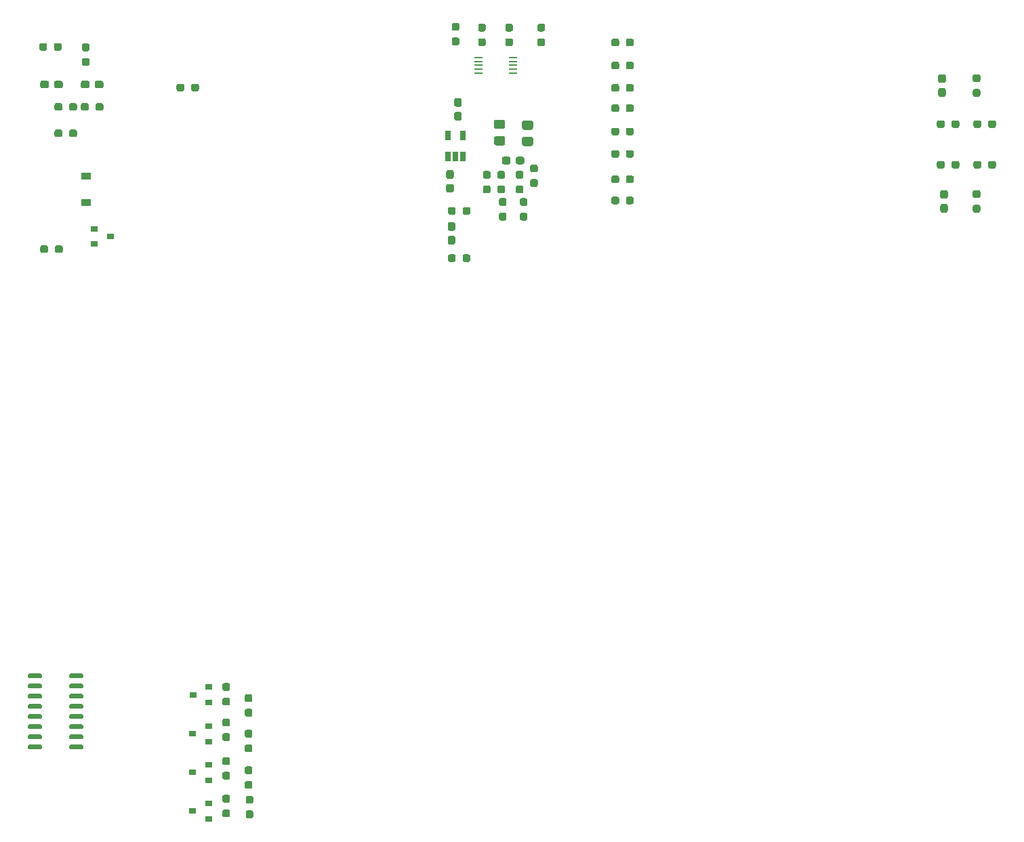
<source format=gtp>
G04 #@! TF.GenerationSoftware,KiCad,Pcbnew,(5.1.9)-1*
G04 #@! TF.CreationDate,2021-03-12T17:13:45-06:00*
G04 #@! TF.ProjectId,Torch Module,546f7263-6820-44d6-9f64-756c652e6b69,rev?*
G04 #@! TF.SameCoordinates,Original*
G04 #@! TF.FileFunction,Paste,Top*
G04 #@! TF.FilePolarity,Positive*
%FSLAX46Y46*%
G04 Gerber Fmt 4.6, Leading zero omitted, Abs format (unit mm)*
G04 Created by KiCad (PCBNEW (5.1.9)-1) date 2021-03-12 17:13:45*
%MOMM*%
%LPD*%
G01*
G04 APERTURE LIST*
%ADD10R,1.200000X0.900000*%
%ADD11R,0.900000X0.800000*%
%ADD12R,0.650000X1.220000*%
%ADD13R,1.100000X0.250000*%
G04 APERTURE END LIST*
G36*
G01*
X85979460Y-73298040D02*
X85979460Y-73773040D01*
G75*
G02*
X85741960Y-74010540I-237500J0D01*
G01*
X85241960Y-74010540D01*
G75*
G02*
X85004460Y-73773040I0J237500D01*
G01*
X85004460Y-73298040D01*
G75*
G02*
X85241960Y-73060540I237500J0D01*
G01*
X85741960Y-73060540D01*
G75*
G02*
X85979460Y-73298040I0J-237500D01*
G01*
G37*
G36*
G01*
X84154460Y-73298040D02*
X84154460Y-73773040D01*
G75*
G02*
X83916960Y-74010540I-237500J0D01*
G01*
X83416960Y-74010540D01*
G75*
G02*
X83179460Y-73773040I0J237500D01*
G01*
X83179460Y-73298040D01*
G75*
G02*
X83416960Y-73060540I237500J0D01*
G01*
X83916960Y-73060540D01*
G75*
G02*
X84154460Y-73298040I0J-237500D01*
G01*
G37*
G36*
G01*
X80899460Y-70504040D02*
X80899460Y-70979040D01*
G75*
G02*
X80661960Y-71216540I-237500J0D01*
G01*
X80061960Y-71216540D01*
G75*
G02*
X79824460Y-70979040I0J237500D01*
G01*
X79824460Y-70504040D01*
G75*
G02*
X80061960Y-70266540I237500J0D01*
G01*
X80661960Y-70266540D01*
G75*
G02*
X80899460Y-70504040I0J-237500D01*
G01*
G37*
G36*
G01*
X79174460Y-70504040D02*
X79174460Y-70979040D01*
G75*
G02*
X78936960Y-71216540I-237500J0D01*
G01*
X78336960Y-71216540D01*
G75*
G02*
X78099460Y-70979040I0J237500D01*
G01*
X78099460Y-70504040D01*
G75*
G02*
X78336960Y-70266540I237500J0D01*
G01*
X78936960Y-70266540D01*
G75*
G02*
X79174460Y-70504040I0J-237500D01*
G01*
G37*
G36*
G01*
X84254460Y-70504040D02*
X84254460Y-70979040D01*
G75*
G02*
X84016960Y-71216540I-237500J0D01*
G01*
X83416960Y-71216540D01*
G75*
G02*
X83179460Y-70979040I0J237500D01*
G01*
X83179460Y-70504040D01*
G75*
G02*
X83416960Y-70266540I237500J0D01*
G01*
X84016960Y-70266540D01*
G75*
G02*
X84254460Y-70504040I0J-237500D01*
G01*
G37*
G36*
G01*
X85979460Y-70504040D02*
X85979460Y-70979040D01*
G75*
G02*
X85741960Y-71216540I-237500J0D01*
G01*
X85141960Y-71216540D01*
G75*
G02*
X84904460Y-70979040I0J237500D01*
G01*
X84904460Y-70504040D01*
G75*
G02*
X85141960Y-70266540I237500J0D01*
G01*
X85741960Y-70266540D01*
G75*
G02*
X85979460Y-70504040I0J-237500D01*
G01*
G37*
D10*
X83817460Y-82172540D03*
X83817460Y-85472540D03*
D11*
X84849460Y-88765340D03*
X84849460Y-90665340D03*
X86849460Y-89715340D03*
G36*
G01*
X97920000Y-70882500D02*
X97920000Y-71357500D01*
G75*
G02*
X97682500Y-71595000I-237500J0D01*
G01*
X97182500Y-71595000D01*
G75*
G02*
X96945000Y-71357500I0J237500D01*
G01*
X96945000Y-70882500D01*
G75*
G02*
X97182500Y-70645000I237500J0D01*
G01*
X97682500Y-70645000D01*
G75*
G02*
X97920000Y-70882500I0J-237500D01*
G01*
G37*
G36*
G01*
X96095000Y-70882500D02*
X96095000Y-71357500D01*
G75*
G02*
X95857500Y-71595000I-237500J0D01*
G01*
X95357500Y-71595000D01*
G75*
G02*
X95120000Y-71357500I0J237500D01*
G01*
X95120000Y-70882500D01*
G75*
G02*
X95357500Y-70645000I237500J0D01*
G01*
X95857500Y-70645000D01*
G75*
G02*
X96095000Y-70882500I0J-237500D01*
G01*
G37*
G36*
G01*
X83539960Y-65607540D02*
X84014960Y-65607540D01*
G75*
G02*
X84252460Y-65845040I0J-237500D01*
G01*
X84252460Y-66345040D01*
G75*
G02*
X84014960Y-66582540I-237500J0D01*
G01*
X83539960Y-66582540D01*
G75*
G02*
X83302460Y-66345040I0J237500D01*
G01*
X83302460Y-65845040D01*
G75*
G02*
X83539960Y-65607540I237500J0D01*
G01*
G37*
G36*
G01*
X83539960Y-67432540D02*
X84014960Y-67432540D01*
G75*
G02*
X84252460Y-67670040I0J-237500D01*
G01*
X84252460Y-68170040D01*
G75*
G02*
X84014960Y-68407540I-237500J0D01*
G01*
X83539960Y-68407540D01*
G75*
G02*
X83302460Y-68170040I0J237500D01*
G01*
X83302460Y-67670040D01*
G75*
G02*
X83539960Y-67432540I237500J0D01*
G01*
G37*
G36*
G01*
X79074460Y-91078040D02*
X79074460Y-91553040D01*
G75*
G02*
X78836960Y-91790540I-237500J0D01*
G01*
X78336960Y-91790540D01*
G75*
G02*
X78099460Y-91553040I0J237500D01*
G01*
X78099460Y-91078040D01*
G75*
G02*
X78336960Y-90840540I237500J0D01*
G01*
X78836960Y-90840540D01*
G75*
G02*
X79074460Y-91078040I0J-237500D01*
G01*
G37*
G36*
G01*
X80899460Y-91078040D02*
X80899460Y-91553040D01*
G75*
G02*
X80661960Y-91790540I-237500J0D01*
G01*
X80161960Y-91790540D01*
G75*
G02*
X79924460Y-91553040I0J237500D01*
G01*
X79924460Y-91078040D01*
G75*
G02*
X80161960Y-90840540I237500J0D01*
G01*
X80661960Y-90840540D01*
G75*
G02*
X80899460Y-91078040I0J-237500D01*
G01*
G37*
G36*
G01*
X77972460Y-66280040D02*
X77972460Y-65805040D01*
G75*
G02*
X78209960Y-65567540I237500J0D01*
G01*
X78709960Y-65567540D01*
G75*
G02*
X78947460Y-65805040I0J-237500D01*
G01*
X78947460Y-66280040D01*
G75*
G02*
X78709960Y-66517540I-237500J0D01*
G01*
X78209960Y-66517540D01*
G75*
G02*
X77972460Y-66280040I0J237500D01*
G01*
G37*
G36*
G01*
X79797460Y-66280040D02*
X79797460Y-65805040D01*
G75*
G02*
X80034960Y-65567540I237500J0D01*
G01*
X80534960Y-65567540D01*
G75*
G02*
X80772460Y-65805040I0J-237500D01*
G01*
X80772460Y-66280040D01*
G75*
G02*
X80534960Y-66517540I-237500J0D01*
G01*
X80034960Y-66517540D01*
G75*
G02*
X79797460Y-66280040I0J237500D01*
G01*
G37*
G36*
G01*
X83462540Y-153395540D02*
X83462540Y-153695540D01*
G75*
G02*
X83312540Y-153845540I-150000J0D01*
G01*
X81862540Y-153845540D01*
G75*
G02*
X81712540Y-153695540I0J150000D01*
G01*
X81712540Y-153395540D01*
G75*
G02*
X81862540Y-153245540I150000J0D01*
G01*
X83312540Y-153245540D01*
G75*
G02*
X83462540Y-153395540I0J-150000D01*
G01*
G37*
G36*
G01*
X83462540Y-152125540D02*
X83462540Y-152425540D01*
G75*
G02*
X83312540Y-152575540I-150000J0D01*
G01*
X81862540Y-152575540D01*
G75*
G02*
X81712540Y-152425540I0J150000D01*
G01*
X81712540Y-152125540D01*
G75*
G02*
X81862540Y-151975540I150000J0D01*
G01*
X83312540Y-151975540D01*
G75*
G02*
X83462540Y-152125540I0J-150000D01*
G01*
G37*
G36*
G01*
X83462540Y-150855540D02*
X83462540Y-151155540D01*
G75*
G02*
X83312540Y-151305540I-150000J0D01*
G01*
X81862540Y-151305540D01*
G75*
G02*
X81712540Y-151155540I0J150000D01*
G01*
X81712540Y-150855540D01*
G75*
G02*
X81862540Y-150705540I150000J0D01*
G01*
X83312540Y-150705540D01*
G75*
G02*
X83462540Y-150855540I0J-150000D01*
G01*
G37*
G36*
G01*
X83462540Y-149585540D02*
X83462540Y-149885540D01*
G75*
G02*
X83312540Y-150035540I-150000J0D01*
G01*
X81862540Y-150035540D01*
G75*
G02*
X81712540Y-149885540I0J150000D01*
G01*
X81712540Y-149585540D01*
G75*
G02*
X81862540Y-149435540I150000J0D01*
G01*
X83312540Y-149435540D01*
G75*
G02*
X83462540Y-149585540I0J-150000D01*
G01*
G37*
G36*
G01*
X83462540Y-148315540D02*
X83462540Y-148615540D01*
G75*
G02*
X83312540Y-148765540I-150000J0D01*
G01*
X81862540Y-148765540D01*
G75*
G02*
X81712540Y-148615540I0J150000D01*
G01*
X81712540Y-148315540D01*
G75*
G02*
X81862540Y-148165540I150000J0D01*
G01*
X83312540Y-148165540D01*
G75*
G02*
X83462540Y-148315540I0J-150000D01*
G01*
G37*
G36*
G01*
X83462540Y-147045540D02*
X83462540Y-147345540D01*
G75*
G02*
X83312540Y-147495540I-150000J0D01*
G01*
X81862540Y-147495540D01*
G75*
G02*
X81712540Y-147345540I0J150000D01*
G01*
X81712540Y-147045540D01*
G75*
G02*
X81862540Y-146895540I150000J0D01*
G01*
X83312540Y-146895540D01*
G75*
G02*
X83462540Y-147045540I0J-150000D01*
G01*
G37*
G36*
G01*
X83462540Y-145775540D02*
X83462540Y-146075540D01*
G75*
G02*
X83312540Y-146225540I-150000J0D01*
G01*
X81862540Y-146225540D01*
G75*
G02*
X81712540Y-146075540I0J150000D01*
G01*
X81712540Y-145775540D01*
G75*
G02*
X81862540Y-145625540I150000J0D01*
G01*
X83312540Y-145625540D01*
G75*
G02*
X83462540Y-145775540I0J-150000D01*
G01*
G37*
G36*
G01*
X83462540Y-144505540D02*
X83462540Y-144805540D01*
G75*
G02*
X83312540Y-144955540I-150000J0D01*
G01*
X81862540Y-144955540D01*
G75*
G02*
X81712540Y-144805540I0J150000D01*
G01*
X81712540Y-144505540D01*
G75*
G02*
X81862540Y-144355540I150000J0D01*
G01*
X83312540Y-144355540D01*
G75*
G02*
X83462540Y-144505540I0J-150000D01*
G01*
G37*
G36*
G01*
X78312540Y-144505540D02*
X78312540Y-144805540D01*
G75*
G02*
X78162540Y-144955540I-150000J0D01*
G01*
X76712540Y-144955540D01*
G75*
G02*
X76562540Y-144805540I0J150000D01*
G01*
X76562540Y-144505540D01*
G75*
G02*
X76712540Y-144355540I150000J0D01*
G01*
X78162540Y-144355540D01*
G75*
G02*
X78312540Y-144505540I0J-150000D01*
G01*
G37*
G36*
G01*
X78312540Y-145775540D02*
X78312540Y-146075540D01*
G75*
G02*
X78162540Y-146225540I-150000J0D01*
G01*
X76712540Y-146225540D01*
G75*
G02*
X76562540Y-146075540I0J150000D01*
G01*
X76562540Y-145775540D01*
G75*
G02*
X76712540Y-145625540I150000J0D01*
G01*
X78162540Y-145625540D01*
G75*
G02*
X78312540Y-145775540I0J-150000D01*
G01*
G37*
G36*
G01*
X78312540Y-147045540D02*
X78312540Y-147345540D01*
G75*
G02*
X78162540Y-147495540I-150000J0D01*
G01*
X76712540Y-147495540D01*
G75*
G02*
X76562540Y-147345540I0J150000D01*
G01*
X76562540Y-147045540D01*
G75*
G02*
X76712540Y-146895540I150000J0D01*
G01*
X78162540Y-146895540D01*
G75*
G02*
X78312540Y-147045540I0J-150000D01*
G01*
G37*
G36*
G01*
X78312540Y-148315540D02*
X78312540Y-148615540D01*
G75*
G02*
X78162540Y-148765540I-150000J0D01*
G01*
X76712540Y-148765540D01*
G75*
G02*
X76562540Y-148615540I0J150000D01*
G01*
X76562540Y-148315540D01*
G75*
G02*
X76712540Y-148165540I150000J0D01*
G01*
X78162540Y-148165540D01*
G75*
G02*
X78312540Y-148315540I0J-150000D01*
G01*
G37*
G36*
G01*
X78312540Y-149585540D02*
X78312540Y-149885540D01*
G75*
G02*
X78162540Y-150035540I-150000J0D01*
G01*
X76712540Y-150035540D01*
G75*
G02*
X76562540Y-149885540I0J150000D01*
G01*
X76562540Y-149585540D01*
G75*
G02*
X76712540Y-149435540I150000J0D01*
G01*
X78162540Y-149435540D01*
G75*
G02*
X78312540Y-149585540I0J-150000D01*
G01*
G37*
G36*
G01*
X78312540Y-150855540D02*
X78312540Y-151155540D01*
G75*
G02*
X78162540Y-151305540I-150000J0D01*
G01*
X76712540Y-151305540D01*
G75*
G02*
X76562540Y-151155540I0J150000D01*
G01*
X76562540Y-150855540D01*
G75*
G02*
X76712540Y-150705540I150000J0D01*
G01*
X78162540Y-150705540D01*
G75*
G02*
X78312540Y-150855540I0J-150000D01*
G01*
G37*
G36*
G01*
X78312540Y-152125540D02*
X78312540Y-152425540D01*
G75*
G02*
X78162540Y-152575540I-150000J0D01*
G01*
X76712540Y-152575540D01*
G75*
G02*
X76562540Y-152425540I0J150000D01*
G01*
X76562540Y-152125540D01*
G75*
G02*
X76712540Y-151975540I150000J0D01*
G01*
X78162540Y-151975540D01*
G75*
G02*
X78312540Y-152125540I0J-150000D01*
G01*
G37*
G36*
G01*
X78312540Y-153395540D02*
X78312540Y-153695540D01*
G75*
G02*
X78162540Y-153845540I-150000J0D01*
G01*
X76712540Y-153845540D01*
G75*
G02*
X76562540Y-153695540I0J150000D01*
G01*
X76562540Y-153395540D01*
G75*
G02*
X76712540Y-153245540I150000J0D01*
G01*
X78162540Y-153245540D01*
G75*
G02*
X78312540Y-153395540I0J-150000D01*
G01*
G37*
G36*
G01*
X190516500Y-69468540D02*
X190991500Y-69468540D01*
G75*
G02*
X191229000Y-69706040I0J-237500D01*
G01*
X191229000Y-70306040D01*
G75*
G02*
X190991500Y-70543540I-237500J0D01*
G01*
X190516500Y-70543540D01*
G75*
G02*
X190279000Y-70306040I0J237500D01*
G01*
X190279000Y-69706040D01*
G75*
G02*
X190516500Y-69468540I237500J0D01*
G01*
G37*
G36*
G01*
X190516500Y-71193540D02*
X190991500Y-71193540D01*
G75*
G02*
X191229000Y-71431040I0J-237500D01*
G01*
X191229000Y-72031040D01*
G75*
G02*
X190991500Y-72268540I-237500J0D01*
G01*
X190516500Y-72268540D01*
G75*
G02*
X190279000Y-72031040I0J237500D01*
G01*
X190279000Y-71431040D01*
G75*
G02*
X190516500Y-71193540I237500J0D01*
G01*
G37*
G36*
G01*
X191245500Y-85021540D02*
X190770500Y-85021540D01*
G75*
G02*
X190533000Y-84784040I0J237500D01*
G01*
X190533000Y-84184040D01*
G75*
G02*
X190770500Y-83946540I237500J0D01*
G01*
X191245500Y-83946540D01*
G75*
G02*
X191483000Y-84184040I0J-237500D01*
G01*
X191483000Y-84784040D01*
G75*
G02*
X191245500Y-85021540I-237500J0D01*
G01*
G37*
G36*
G01*
X191245500Y-86746540D02*
X190770500Y-86746540D01*
G75*
G02*
X190533000Y-86509040I0J237500D01*
G01*
X190533000Y-85909040D01*
G75*
G02*
X190770500Y-85671540I237500J0D01*
G01*
X191245500Y-85671540D01*
G75*
G02*
X191483000Y-85909040I0J-237500D01*
G01*
X191483000Y-86509040D01*
G75*
G02*
X191245500Y-86746540I-237500J0D01*
G01*
G37*
G36*
G01*
X195663000Y-75457040D02*
X195663000Y-75932040D01*
G75*
G02*
X195425500Y-76169540I-237500J0D01*
G01*
X194925500Y-76169540D01*
G75*
G02*
X194688000Y-75932040I0J237500D01*
G01*
X194688000Y-75457040D01*
G75*
G02*
X194925500Y-75219540I237500J0D01*
G01*
X195425500Y-75219540D01*
G75*
G02*
X195663000Y-75457040I0J-237500D01*
G01*
G37*
G36*
G01*
X197488000Y-75457040D02*
X197488000Y-75932040D01*
G75*
G02*
X197250500Y-76169540I-237500J0D01*
G01*
X196750500Y-76169540D01*
G75*
G02*
X196513000Y-75932040I0J237500D01*
G01*
X196513000Y-75457040D01*
G75*
G02*
X196750500Y-75219540I237500J0D01*
G01*
X197250500Y-75219540D01*
G75*
G02*
X197488000Y-75457040I0J-237500D01*
G01*
G37*
G36*
G01*
X197488000Y-80537040D02*
X197488000Y-81012040D01*
G75*
G02*
X197250500Y-81249540I-237500J0D01*
G01*
X196750500Y-81249540D01*
G75*
G02*
X196513000Y-81012040I0J237500D01*
G01*
X196513000Y-80537040D01*
G75*
G02*
X196750500Y-80299540I237500J0D01*
G01*
X197250500Y-80299540D01*
G75*
G02*
X197488000Y-80537040I0J-237500D01*
G01*
G37*
G36*
G01*
X195663000Y-80537040D02*
X195663000Y-81012040D01*
G75*
G02*
X195425500Y-81249540I-237500J0D01*
G01*
X194925500Y-81249540D01*
G75*
G02*
X194688000Y-81012040I0J237500D01*
G01*
X194688000Y-80537040D01*
G75*
G02*
X194925500Y-80299540I237500J0D01*
G01*
X195425500Y-80299540D01*
G75*
G02*
X195663000Y-80537040I0J-237500D01*
G01*
G37*
G36*
G01*
X195309500Y-72268540D02*
X194834500Y-72268540D01*
G75*
G02*
X194597000Y-72031040I0J237500D01*
G01*
X194597000Y-71531040D01*
G75*
G02*
X194834500Y-71293540I237500J0D01*
G01*
X195309500Y-71293540D01*
G75*
G02*
X195547000Y-71531040I0J-237500D01*
G01*
X195547000Y-72031040D01*
G75*
G02*
X195309500Y-72268540I-237500J0D01*
G01*
G37*
G36*
G01*
X195309500Y-70443540D02*
X194834500Y-70443540D01*
G75*
G02*
X194597000Y-70206040I0J237500D01*
G01*
X194597000Y-69706040D01*
G75*
G02*
X194834500Y-69468540I237500J0D01*
G01*
X195309500Y-69468540D01*
G75*
G02*
X195547000Y-69706040I0J-237500D01*
G01*
X195547000Y-70206040D01*
G75*
G02*
X195309500Y-70443540I-237500J0D01*
G01*
G37*
G36*
G01*
X194834500Y-85771540D02*
X195309500Y-85771540D01*
G75*
G02*
X195547000Y-86009040I0J-237500D01*
G01*
X195547000Y-86509040D01*
G75*
G02*
X195309500Y-86746540I-237500J0D01*
G01*
X194834500Y-86746540D01*
G75*
G02*
X194597000Y-86509040I0J237500D01*
G01*
X194597000Y-86009040D01*
G75*
G02*
X194834500Y-85771540I237500J0D01*
G01*
G37*
G36*
G01*
X194834500Y-83946540D02*
X195309500Y-83946540D01*
G75*
G02*
X195547000Y-84184040I0J-237500D01*
G01*
X195547000Y-84684040D01*
G75*
G02*
X195309500Y-84921540I-237500J0D01*
G01*
X194834500Y-84921540D01*
G75*
G02*
X194597000Y-84684040I0J237500D01*
G01*
X194597000Y-84184040D01*
G75*
G02*
X194834500Y-83946540I237500J0D01*
G01*
G37*
G36*
G01*
X191941000Y-75932040D02*
X191941000Y-75457040D01*
G75*
G02*
X192178500Y-75219540I237500J0D01*
G01*
X192678500Y-75219540D01*
G75*
G02*
X192916000Y-75457040I0J-237500D01*
G01*
X192916000Y-75932040D01*
G75*
G02*
X192678500Y-76169540I-237500J0D01*
G01*
X192178500Y-76169540D01*
G75*
G02*
X191941000Y-75932040I0J237500D01*
G01*
G37*
G36*
G01*
X190116000Y-75932040D02*
X190116000Y-75457040D01*
G75*
G02*
X190353500Y-75219540I237500J0D01*
G01*
X190853500Y-75219540D01*
G75*
G02*
X191091000Y-75457040I0J-237500D01*
G01*
X191091000Y-75932040D01*
G75*
G02*
X190853500Y-76169540I-237500J0D01*
G01*
X190353500Y-76169540D01*
G75*
G02*
X190116000Y-75932040I0J237500D01*
G01*
G37*
G36*
G01*
X190116000Y-81012040D02*
X190116000Y-80537040D01*
G75*
G02*
X190353500Y-80299540I237500J0D01*
G01*
X190853500Y-80299540D01*
G75*
G02*
X191091000Y-80537040I0J-237500D01*
G01*
X191091000Y-81012040D01*
G75*
G02*
X190853500Y-81249540I-237500J0D01*
G01*
X190353500Y-81249540D01*
G75*
G02*
X190116000Y-81012040I0J237500D01*
G01*
G37*
G36*
G01*
X191941000Y-81012040D02*
X191941000Y-80537040D01*
G75*
G02*
X192178500Y-80299540I237500J0D01*
G01*
X192678500Y-80299540D01*
G75*
G02*
X192916000Y-80537040I0J-237500D01*
G01*
X192916000Y-81012040D01*
G75*
G02*
X192678500Y-81249540I-237500J0D01*
G01*
X192178500Y-81249540D01*
G75*
G02*
X191941000Y-81012040I0J237500D01*
G01*
G37*
G36*
G01*
X82677460Y-73298040D02*
X82677460Y-73773040D01*
G75*
G02*
X82439960Y-74010540I-237500J0D01*
G01*
X81939960Y-74010540D01*
G75*
G02*
X81702460Y-73773040I0J237500D01*
G01*
X81702460Y-73298040D01*
G75*
G02*
X81939960Y-73060540I237500J0D01*
G01*
X82439960Y-73060540D01*
G75*
G02*
X82677460Y-73298040I0J-237500D01*
G01*
G37*
G36*
G01*
X80852460Y-73298040D02*
X80852460Y-73773040D01*
G75*
G02*
X80614960Y-74010540I-237500J0D01*
G01*
X80114960Y-74010540D01*
G75*
G02*
X79877460Y-73773040I0J237500D01*
G01*
X79877460Y-73298040D01*
G75*
G02*
X80114960Y-73060540I237500J0D01*
G01*
X80614960Y-73060540D01*
G75*
G02*
X80852460Y-73298040I0J-237500D01*
G01*
G37*
G36*
G01*
X80852460Y-76600040D02*
X80852460Y-77075040D01*
G75*
G02*
X80614960Y-77312540I-237500J0D01*
G01*
X80114960Y-77312540D01*
G75*
G02*
X79877460Y-77075040I0J237500D01*
G01*
X79877460Y-76600040D01*
G75*
G02*
X80114960Y-76362540I237500J0D01*
G01*
X80614960Y-76362540D01*
G75*
G02*
X80852460Y-76600040I0J-237500D01*
G01*
G37*
G36*
G01*
X82677460Y-76600040D02*
X82677460Y-77075040D01*
G75*
G02*
X82439960Y-77312540I-237500J0D01*
G01*
X81939960Y-77312540D01*
G75*
G02*
X81702460Y-77075040I0J237500D01*
G01*
X81702460Y-76600040D01*
G75*
G02*
X81939960Y-76362540I237500J0D01*
G01*
X82439960Y-76362540D01*
G75*
G02*
X82677460Y-76600040I0J-237500D01*
G01*
G37*
X97143060Y-161559240D03*
X99143060Y-160609240D03*
X99143060Y-162509240D03*
X97143060Y-151907240D03*
X99143060Y-150957240D03*
X99143060Y-152857240D03*
X99143060Y-157683240D03*
X99143060Y-155783240D03*
X97143060Y-156733240D03*
X99159060Y-147970240D03*
X99159060Y-146070240D03*
X97159060Y-147020240D03*
G36*
G01*
X104476560Y-162451240D02*
X104001560Y-162451240D01*
G75*
G02*
X103764060Y-162213740I0J237500D01*
G01*
X103764060Y-161713740D01*
G75*
G02*
X104001560Y-161476240I237500J0D01*
G01*
X104476560Y-161476240D01*
G75*
G02*
X104714060Y-161713740I0J-237500D01*
G01*
X104714060Y-162213740D01*
G75*
G02*
X104476560Y-162451240I-237500J0D01*
G01*
G37*
G36*
G01*
X104476560Y-160626240D02*
X104001560Y-160626240D01*
G75*
G02*
X103764060Y-160388740I0J237500D01*
G01*
X103764060Y-159888740D01*
G75*
G02*
X104001560Y-159651240I237500J0D01*
G01*
X104476560Y-159651240D01*
G75*
G02*
X104714060Y-159888740I0J-237500D01*
G01*
X104714060Y-160388740D01*
G75*
G02*
X104476560Y-160626240I-237500J0D01*
G01*
G37*
G36*
G01*
X101555560Y-160499240D02*
X101080560Y-160499240D01*
G75*
G02*
X100843060Y-160261740I0J237500D01*
G01*
X100843060Y-159761740D01*
G75*
G02*
X101080560Y-159524240I237500J0D01*
G01*
X101555560Y-159524240D01*
G75*
G02*
X101793060Y-159761740I0J-237500D01*
G01*
X101793060Y-160261740D01*
G75*
G02*
X101555560Y-160499240I-237500J0D01*
G01*
G37*
G36*
G01*
X101555560Y-162324240D02*
X101080560Y-162324240D01*
G75*
G02*
X100843060Y-162086740I0J237500D01*
G01*
X100843060Y-161586740D01*
G75*
G02*
X101080560Y-161349240I237500J0D01*
G01*
X101555560Y-161349240D01*
G75*
G02*
X101793060Y-161586740I0J-237500D01*
G01*
X101793060Y-162086740D01*
G75*
G02*
X101555560Y-162324240I-237500J0D01*
G01*
G37*
G36*
G01*
X104349560Y-154196240D02*
X103874560Y-154196240D01*
G75*
G02*
X103637060Y-153958740I0J237500D01*
G01*
X103637060Y-153458740D01*
G75*
G02*
X103874560Y-153221240I237500J0D01*
G01*
X104349560Y-153221240D01*
G75*
G02*
X104587060Y-153458740I0J-237500D01*
G01*
X104587060Y-153958740D01*
G75*
G02*
X104349560Y-154196240I-237500J0D01*
G01*
G37*
G36*
G01*
X104349560Y-152371240D02*
X103874560Y-152371240D01*
G75*
G02*
X103637060Y-152133740I0J237500D01*
G01*
X103637060Y-151633740D01*
G75*
G02*
X103874560Y-151396240I237500J0D01*
G01*
X104349560Y-151396240D01*
G75*
G02*
X104587060Y-151633740I0J-237500D01*
G01*
X104587060Y-152133740D01*
G75*
G02*
X104349560Y-152371240I-237500J0D01*
G01*
G37*
G36*
G01*
X101555560Y-150974240D02*
X101080560Y-150974240D01*
G75*
G02*
X100843060Y-150736740I0J237500D01*
G01*
X100843060Y-150236740D01*
G75*
G02*
X101080560Y-149999240I237500J0D01*
G01*
X101555560Y-149999240D01*
G75*
G02*
X101793060Y-150236740I0J-237500D01*
G01*
X101793060Y-150736740D01*
G75*
G02*
X101555560Y-150974240I-237500J0D01*
G01*
G37*
G36*
G01*
X101555560Y-152799240D02*
X101080560Y-152799240D01*
G75*
G02*
X100843060Y-152561740I0J237500D01*
G01*
X100843060Y-152061740D01*
G75*
G02*
X101080560Y-151824240I237500J0D01*
G01*
X101555560Y-151824240D01*
G75*
G02*
X101793060Y-152061740I0J-237500D01*
G01*
X101793060Y-152561740D01*
G75*
G02*
X101555560Y-152799240I-237500J0D01*
G01*
G37*
G36*
G01*
X104349560Y-158768240D02*
X103874560Y-158768240D01*
G75*
G02*
X103637060Y-158530740I0J237500D01*
G01*
X103637060Y-158030740D01*
G75*
G02*
X103874560Y-157793240I237500J0D01*
G01*
X104349560Y-157793240D01*
G75*
G02*
X104587060Y-158030740I0J-237500D01*
G01*
X104587060Y-158530740D01*
G75*
G02*
X104349560Y-158768240I-237500J0D01*
G01*
G37*
G36*
G01*
X104349560Y-156943240D02*
X103874560Y-156943240D01*
G75*
G02*
X103637060Y-156705740I0J237500D01*
G01*
X103637060Y-156205740D01*
G75*
G02*
X103874560Y-155968240I237500J0D01*
G01*
X104349560Y-155968240D01*
G75*
G02*
X104587060Y-156205740I0J-237500D01*
G01*
X104587060Y-156705740D01*
G75*
G02*
X104349560Y-156943240I-237500J0D01*
G01*
G37*
G36*
G01*
X101555560Y-155800240D02*
X101080560Y-155800240D01*
G75*
G02*
X100843060Y-155562740I0J237500D01*
G01*
X100843060Y-155062740D01*
G75*
G02*
X101080560Y-154825240I237500J0D01*
G01*
X101555560Y-154825240D01*
G75*
G02*
X101793060Y-155062740I0J-237500D01*
G01*
X101793060Y-155562740D01*
G75*
G02*
X101555560Y-155800240I-237500J0D01*
G01*
G37*
G36*
G01*
X101555560Y-157625240D02*
X101080560Y-157625240D01*
G75*
G02*
X100843060Y-157387740I0J237500D01*
G01*
X100843060Y-156887740D01*
G75*
G02*
X101080560Y-156650240I237500J0D01*
G01*
X101555560Y-156650240D01*
G75*
G02*
X101793060Y-156887740I0J-237500D01*
G01*
X101793060Y-157387740D01*
G75*
G02*
X101555560Y-157625240I-237500J0D01*
G01*
G37*
G36*
G01*
X104349560Y-149751240D02*
X103874560Y-149751240D01*
G75*
G02*
X103637060Y-149513740I0J237500D01*
G01*
X103637060Y-149013740D01*
G75*
G02*
X103874560Y-148776240I237500J0D01*
G01*
X104349560Y-148776240D01*
G75*
G02*
X104587060Y-149013740I0J-237500D01*
G01*
X104587060Y-149513740D01*
G75*
G02*
X104349560Y-149751240I-237500J0D01*
G01*
G37*
G36*
G01*
X104349560Y-147926240D02*
X103874560Y-147926240D01*
G75*
G02*
X103637060Y-147688740I0J237500D01*
G01*
X103637060Y-147188740D01*
G75*
G02*
X103874560Y-146951240I237500J0D01*
G01*
X104349560Y-146951240D01*
G75*
G02*
X104587060Y-147188740I0J-237500D01*
G01*
X104587060Y-147688740D01*
G75*
G02*
X104349560Y-147926240I-237500J0D01*
G01*
G37*
G36*
G01*
X101555560Y-146529240D02*
X101080560Y-146529240D01*
G75*
G02*
X100843060Y-146291740I0J237500D01*
G01*
X100843060Y-145791740D01*
G75*
G02*
X101080560Y-145554240I237500J0D01*
G01*
X101555560Y-145554240D01*
G75*
G02*
X101793060Y-145791740I0J-237500D01*
G01*
X101793060Y-146291740D01*
G75*
G02*
X101555560Y-146529240I-237500J0D01*
G01*
G37*
G36*
G01*
X101555560Y-148354240D02*
X101080560Y-148354240D01*
G75*
G02*
X100843060Y-148116740I0J237500D01*
G01*
X100843060Y-147616740D01*
G75*
G02*
X101080560Y-147379240I237500J0D01*
G01*
X101555560Y-147379240D01*
G75*
G02*
X101793060Y-147616740I0J-237500D01*
G01*
X101793060Y-148116740D01*
G75*
G02*
X101555560Y-148354240I-237500J0D01*
G01*
G37*
G36*
G01*
X149439000Y-85470600D02*
X149439000Y-84995600D01*
G75*
G02*
X149676500Y-84758100I237500J0D01*
G01*
X150176500Y-84758100D01*
G75*
G02*
X150414000Y-84995600I0J-237500D01*
G01*
X150414000Y-85470600D01*
G75*
G02*
X150176500Y-85708100I-237500J0D01*
G01*
X149676500Y-85708100D01*
G75*
G02*
X149439000Y-85470600I0J237500D01*
G01*
G37*
G36*
G01*
X151264000Y-85470600D02*
X151264000Y-84995600D01*
G75*
G02*
X151501500Y-84758100I237500J0D01*
G01*
X152001500Y-84758100D01*
G75*
G02*
X152239000Y-84995600I0J-237500D01*
G01*
X152239000Y-85470600D01*
G75*
G02*
X152001500Y-85708100I-237500J0D01*
G01*
X151501500Y-85708100D01*
G75*
G02*
X151264000Y-85470600I0J237500D01*
G01*
G37*
G36*
G01*
X151264000Y-82825600D02*
X151264000Y-82350600D01*
G75*
G02*
X151501500Y-82113100I237500J0D01*
G01*
X152001500Y-82113100D01*
G75*
G02*
X152239000Y-82350600I0J-237500D01*
G01*
X152239000Y-82825600D01*
G75*
G02*
X152001500Y-83063100I-237500J0D01*
G01*
X151501500Y-83063100D01*
G75*
G02*
X151264000Y-82825600I0J237500D01*
G01*
G37*
G36*
G01*
X149439000Y-82825600D02*
X149439000Y-82350600D01*
G75*
G02*
X149676500Y-82113100I237500J0D01*
G01*
X150176500Y-82113100D01*
G75*
G02*
X150414000Y-82350600I0J-237500D01*
G01*
X150414000Y-82825600D01*
G75*
G02*
X150176500Y-83063100I-237500J0D01*
G01*
X149676500Y-83063100D01*
G75*
G02*
X149439000Y-82825600I0J237500D01*
G01*
G37*
G36*
G01*
X149439000Y-79650600D02*
X149439000Y-79175600D01*
G75*
G02*
X149676500Y-78938100I237500J0D01*
G01*
X150176500Y-78938100D01*
G75*
G02*
X150414000Y-79175600I0J-237500D01*
G01*
X150414000Y-79650600D01*
G75*
G02*
X150176500Y-79888100I-237500J0D01*
G01*
X149676500Y-79888100D01*
G75*
G02*
X149439000Y-79650600I0J237500D01*
G01*
G37*
G36*
G01*
X151264000Y-79650600D02*
X151264000Y-79175600D01*
G75*
G02*
X151501500Y-78938100I237500J0D01*
G01*
X152001500Y-78938100D01*
G75*
G02*
X152239000Y-79175600I0J-237500D01*
G01*
X152239000Y-79650600D01*
G75*
G02*
X152001500Y-79888100I-237500J0D01*
G01*
X151501500Y-79888100D01*
G75*
G02*
X151264000Y-79650600I0J237500D01*
G01*
G37*
G36*
G01*
X151264000Y-76856600D02*
X151264000Y-76381600D01*
G75*
G02*
X151501500Y-76144100I237500J0D01*
G01*
X152001500Y-76144100D01*
G75*
G02*
X152239000Y-76381600I0J-237500D01*
G01*
X152239000Y-76856600D01*
G75*
G02*
X152001500Y-77094100I-237500J0D01*
G01*
X151501500Y-77094100D01*
G75*
G02*
X151264000Y-76856600I0J237500D01*
G01*
G37*
G36*
G01*
X149439000Y-76856600D02*
X149439000Y-76381600D01*
G75*
G02*
X149676500Y-76144100I237500J0D01*
G01*
X150176500Y-76144100D01*
G75*
G02*
X150414000Y-76381600I0J-237500D01*
G01*
X150414000Y-76856600D01*
G75*
G02*
X150176500Y-77094100I-237500J0D01*
G01*
X149676500Y-77094100D01*
G75*
G02*
X149439000Y-76856600I0J237500D01*
G01*
G37*
G36*
G01*
X149439000Y-73935600D02*
X149439000Y-73460600D01*
G75*
G02*
X149676500Y-73223100I237500J0D01*
G01*
X150176500Y-73223100D01*
G75*
G02*
X150414000Y-73460600I0J-237500D01*
G01*
X150414000Y-73935600D01*
G75*
G02*
X150176500Y-74173100I-237500J0D01*
G01*
X149676500Y-74173100D01*
G75*
G02*
X149439000Y-73935600I0J237500D01*
G01*
G37*
G36*
G01*
X151264000Y-73935600D02*
X151264000Y-73460600D01*
G75*
G02*
X151501500Y-73223100I237500J0D01*
G01*
X152001500Y-73223100D01*
G75*
G02*
X152239000Y-73460600I0J-237500D01*
G01*
X152239000Y-73935600D01*
G75*
G02*
X152001500Y-74173100I-237500J0D01*
G01*
X151501500Y-74173100D01*
G75*
G02*
X151264000Y-73935600I0J237500D01*
G01*
G37*
G36*
G01*
X151264000Y-71395600D02*
X151264000Y-70920600D01*
G75*
G02*
X151501500Y-70683100I237500J0D01*
G01*
X152001500Y-70683100D01*
G75*
G02*
X152239000Y-70920600I0J-237500D01*
G01*
X152239000Y-71395600D01*
G75*
G02*
X152001500Y-71633100I-237500J0D01*
G01*
X151501500Y-71633100D01*
G75*
G02*
X151264000Y-71395600I0J237500D01*
G01*
G37*
G36*
G01*
X149439000Y-71395600D02*
X149439000Y-70920600D01*
G75*
G02*
X149676500Y-70683100I237500J0D01*
G01*
X150176500Y-70683100D01*
G75*
G02*
X150414000Y-70920600I0J-237500D01*
G01*
X150414000Y-71395600D01*
G75*
G02*
X150176500Y-71633100I-237500J0D01*
G01*
X149676500Y-71633100D01*
G75*
G02*
X149439000Y-71395600I0J237500D01*
G01*
G37*
G36*
G01*
X149439000Y-68601600D02*
X149439000Y-68126600D01*
G75*
G02*
X149676500Y-67889100I237500J0D01*
G01*
X150176500Y-67889100D01*
G75*
G02*
X150414000Y-68126600I0J-237500D01*
G01*
X150414000Y-68601600D01*
G75*
G02*
X150176500Y-68839100I-237500J0D01*
G01*
X149676500Y-68839100D01*
G75*
G02*
X149439000Y-68601600I0J237500D01*
G01*
G37*
G36*
G01*
X151264000Y-68601600D02*
X151264000Y-68126600D01*
G75*
G02*
X151501500Y-67889100I237500J0D01*
G01*
X152001500Y-67889100D01*
G75*
G02*
X152239000Y-68126600I0J-237500D01*
G01*
X152239000Y-68601600D01*
G75*
G02*
X152001500Y-68839100I-237500J0D01*
G01*
X151501500Y-68839100D01*
G75*
G02*
X151264000Y-68601600I0J237500D01*
G01*
G37*
G36*
G01*
X151264000Y-65720600D02*
X151264000Y-65245600D01*
G75*
G02*
X151501500Y-65008100I237500J0D01*
G01*
X152001500Y-65008100D01*
G75*
G02*
X152239000Y-65245600I0J-237500D01*
G01*
X152239000Y-65720600D01*
G75*
G02*
X152001500Y-65958100I-237500J0D01*
G01*
X151501500Y-65958100D01*
G75*
G02*
X151264000Y-65720600I0J237500D01*
G01*
G37*
G36*
G01*
X149439000Y-65720600D02*
X149439000Y-65245600D01*
G75*
G02*
X149676500Y-65008100I237500J0D01*
G01*
X150176500Y-65008100D01*
G75*
G02*
X150414000Y-65245600I0J-237500D01*
G01*
X150414000Y-65720600D01*
G75*
G02*
X150176500Y-65958100I-237500J0D01*
G01*
X149676500Y-65958100D01*
G75*
G02*
X149439000Y-65720600I0J237500D01*
G01*
G37*
G36*
G01*
X138578620Y-80003320D02*
X138578620Y-80478320D01*
G75*
G02*
X138341120Y-80715820I-237500J0D01*
G01*
X137741120Y-80715820D01*
G75*
G02*
X137503620Y-80478320I0J237500D01*
G01*
X137503620Y-80003320D01*
G75*
G02*
X137741120Y-79765820I237500J0D01*
G01*
X138341120Y-79765820D01*
G75*
G02*
X138578620Y-80003320I0J-237500D01*
G01*
G37*
G36*
G01*
X136853620Y-80003320D02*
X136853620Y-80478320D01*
G75*
G02*
X136616120Y-80715820I-237500J0D01*
G01*
X136016120Y-80715820D01*
G75*
G02*
X135778620Y-80478320I0J237500D01*
G01*
X135778620Y-80003320D01*
G75*
G02*
X136016120Y-79765820I237500J0D01*
G01*
X136616120Y-79765820D01*
G75*
G02*
X136853620Y-80003320I0J-237500D01*
G01*
G37*
G36*
G01*
X129041120Y-83165820D02*
X129516120Y-83165820D01*
G75*
G02*
X129753620Y-83403320I0J-237500D01*
G01*
X129753620Y-84003320D01*
G75*
G02*
X129516120Y-84240820I-237500J0D01*
G01*
X129041120Y-84240820D01*
G75*
G02*
X128803620Y-84003320I0J237500D01*
G01*
X128803620Y-83403320D01*
G75*
G02*
X129041120Y-83165820I237500J0D01*
G01*
G37*
G36*
G01*
X129041120Y-81440820D02*
X129516120Y-81440820D01*
G75*
G02*
X129753620Y-81678320I0J-237500D01*
G01*
X129753620Y-82278320D01*
G75*
G02*
X129516120Y-82515820I-237500J0D01*
G01*
X129041120Y-82515820D01*
G75*
G02*
X128803620Y-82278320I0J237500D01*
G01*
X128803620Y-81678320D01*
G75*
G02*
X129041120Y-81440820I237500J0D01*
G01*
G37*
G36*
G01*
X130041120Y-74165820D02*
X130516120Y-74165820D01*
G75*
G02*
X130753620Y-74403320I0J-237500D01*
G01*
X130753620Y-75003320D01*
G75*
G02*
X130516120Y-75240820I-237500J0D01*
G01*
X130041120Y-75240820D01*
G75*
G02*
X129803620Y-75003320I0J237500D01*
G01*
X129803620Y-74403320D01*
G75*
G02*
X130041120Y-74165820I237500J0D01*
G01*
G37*
G36*
G01*
X130041120Y-72440820D02*
X130516120Y-72440820D01*
G75*
G02*
X130753620Y-72678320I0J-237500D01*
G01*
X130753620Y-73278320D01*
G75*
G02*
X130516120Y-73515820I-237500J0D01*
G01*
X130041120Y-73515820D01*
G75*
G02*
X129803620Y-73278320I0J237500D01*
G01*
X129803620Y-72678320D01*
G75*
G02*
X130041120Y-72440820I237500J0D01*
G01*
G37*
G36*
G01*
X129241120Y-87940820D02*
X129716120Y-87940820D01*
G75*
G02*
X129953620Y-88178320I0J-237500D01*
G01*
X129953620Y-88778320D01*
G75*
G02*
X129716120Y-89015820I-237500J0D01*
G01*
X129241120Y-89015820D01*
G75*
G02*
X129003620Y-88778320I0J237500D01*
G01*
X129003620Y-88178320D01*
G75*
G02*
X129241120Y-87940820I237500J0D01*
G01*
G37*
G36*
G01*
X129241120Y-89665820D02*
X129716120Y-89665820D01*
G75*
G02*
X129953620Y-89903320I0J-237500D01*
G01*
X129953620Y-90503320D01*
G75*
G02*
X129716120Y-90740820I-237500J0D01*
G01*
X129241120Y-90740820D01*
G75*
G02*
X129003620Y-90503320I0J237500D01*
G01*
X129003620Y-89903320D01*
G75*
G02*
X129241120Y-89665820I237500J0D01*
G01*
G37*
G36*
G01*
X135928621Y-78340820D02*
X135028619Y-78340820D01*
G75*
G02*
X134778620Y-78090821I0J249999D01*
G01*
X134778620Y-77440819D01*
G75*
G02*
X135028619Y-77190820I249999J0D01*
G01*
X135928621Y-77190820D01*
G75*
G02*
X136178620Y-77440819I0J-249999D01*
G01*
X136178620Y-78090821D01*
G75*
G02*
X135928621Y-78340820I-249999J0D01*
G01*
G37*
G36*
G01*
X135928621Y-76290820D02*
X135028619Y-76290820D01*
G75*
G02*
X134778620Y-76040821I0J249999D01*
G01*
X134778620Y-75390819D01*
G75*
G02*
X135028619Y-75140820I249999J0D01*
G01*
X135928621Y-75140820D01*
G75*
G02*
X136178620Y-75390819I0J-249999D01*
G01*
X136178620Y-76040821D01*
G75*
G02*
X135928621Y-76290820I-249999J0D01*
G01*
G37*
G36*
G01*
X138528619Y-77290820D02*
X139428621Y-77290820D01*
G75*
G02*
X139678620Y-77540819I0J-249999D01*
G01*
X139678620Y-78190821D01*
G75*
G02*
X139428621Y-78440820I-249999J0D01*
G01*
X138528619Y-78440820D01*
G75*
G02*
X138278620Y-78190821I0J249999D01*
G01*
X138278620Y-77540819D01*
G75*
G02*
X138528619Y-77290820I249999J0D01*
G01*
G37*
G36*
G01*
X138528619Y-75240820D02*
X139428621Y-75240820D01*
G75*
G02*
X139678620Y-75490819I0J-249999D01*
G01*
X139678620Y-76140821D01*
G75*
G02*
X139428621Y-76390820I-249999J0D01*
G01*
X138528619Y-76390820D01*
G75*
G02*
X138278620Y-76140821I0J249999D01*
G01*
X138278620Y-75490819D01*
G75*
G02*
X138528619Y-75240820I249999J0D01*
G01*
G37*
G36*
G01*
X130853620Y-92678320D02*
X130853620Y-92203320D01*
G75*
G02*
X131091120Y-91965820I237500J0D01*
G01*
X131591120Y-91965820D01*
G75*
G02*
X131828620Y-92203320I0J-237500D01*
G01*
X131828620Y-92678320D01*
G75*
G02*
X131591120Y-92915820I-237500J0D01*
G01*
X131091120Y-92915820D01*
G75*
G02*
X130853620Y-92678320I0J237500D01*
G01*
G37*
G36*
G01*
X129028620Y-92678320D02*
X129028620Y-92203320D01*
G75*
G02*
X129266120Y-91965820I237500J0D01*
G01*
X129766120Y-91965820D01*
G75*
G02*
X130003620Y-92203320I0J-237500D01*
G01*
X130003620Y-92678320D01*
G75*
G02*
X129766120Y-92915820I-237500J0D01*
G01*
X129266120Y-92915820D01*
G75*
G02*
X129028620Y-92678320I0J237500D01*
G01*
G37*
G36*
G01*
X131828620Y-86303320D02*
X131828620Y-86778320D01*
G75*
G02*
X131591120Y-87015820I-237500J0D01*
G01*
X131091120Y-87015820D01*
G75*
G02*
X130853620Y-86778320I0J237500D01*
G01*
X130853620Y-86303320D01*
G75*
G02*
X131091120Y-86065820I237500J0D01*
G01*
X131591120Y-86065820D01*
G75*
G02*
X131828620Y-86303320I0J-237500D01*
G01*
G37*
G36*
G01*
X130003620Y-86303320D02*
X130003620Y-86778320D01*
G75*
G02*
X129766120Y-87015820I-237500J0D01*
G01*
X129266120Y-87015820D01*
G75*
G02*
X129028620Y-86778320I0J237500D01*
G01*
X129028620Y-86303320D01*
G75*
G02*
X129266120Y-86065820I237500J0D01*
G01*
X129766120Y-86065820D01*
G75*
G02*
X130003620Y-86303320I0J-237500D01*
G01*
G37*
G36*
G01*
X138241120Y-84940820D02*
X138716120Y-84940820D01*
G75*
G02*
X138953620Y-85178320I0J-237500D01*
G01*
X138953620Y-85678320D01*
G75*
G02*
X138716120Y-85915820I-237500J0D01*
G01*
X138241120Y-85915820D01*
G75*
G02*
X138003620Y-85678320I0J237500D01*
G01*
X138003620Y-85178320D01*
G75*
G02*
X138241120Y-84940820I237500J0D01*
G01*
G37*
G36*
G01*
X138241120Y-86765820D02*
X138716120Y-86765820D01*
G75*
G02*
X138953620Y-87003320I0J-237500D01*
G01*
X138953620Y-87503320D01*
G75*
G02*
X138716120Y-87740820I-237500J0D01*
G01*
X138241120Y-87740820D01*
G75*
G02*
X138003620Y-87503320I0J237500D01*
G01*
X138003620Y-87003320D01*
G75*
G02*
X138241120Y-86765820I237500J0D01*
G01*
G37*
G36*
G01*
X136116120Y-85915820D02*
X135641120Y-85915820D01*
G75*
G02*
X135403620Y-85678320I0J237500D01*
G01*
X135403620Y-85178320D01*
G75*
G02*
X135641120Y-84940820I237500J0D01*
G01*
X136116120Y-84940820D01*
G75*
G02*
X136353620Y-85178320I0J-237500D01*
G01*
X136353620Y-85678320D01*
G75*
G02*
X136116120Y-85915820I-237500J0D01*
G01*
G37*
G36*
G01*
X136116120Y-87740820D02*
X135641120Y-87740820D01*
G75*
G02*
X135403620Y-87503320I0J237500D01*
G01*
X135403620Y-87003320D01*
G75*
G02*
X135641120Y-86765820I237500J0D01*
G01*
X136116120Y-86765820D01*
G75*
G02*
X136353620Y-87003320I0J-237500D01*
G01*
X136353620Y-87503320D01*
G75*
G02*
X136116120Y-87740820I-237500J0D01*
G01*
G37*
G36*
G01*
X139541120Y-80740820D02*
X140016120Y-80740820D01*
G75*
G02*
X140253620Y-80978320I0J-237500D01*
G01*
X140253620Y-81478320D01*
G75*
G02*
X140016120Y-81715820I-237500J0D01*
G01*
X139541120Y-81715820D01*
G75*
G02*
X139303620Y-81478320I0J237500D01*
G01*
X139303620Y-80978320D01*
G75*
G02*
X139541120Y-80740820I237500J0D01*
G01*
G37*
G36*
G01*
X139541120Y-82565820D02*
X140016120Y-82565820D01*
G75*
G02*
X140253620Y-82803320I0J-237500D01*
G01*
X140253620Y-83303320D01*
G75*
G02*
X140016120Y-83540820I-237500J0D01*
G01*
X139541120Y-83540820D01*
G75*
G02*
X139303620Y-83303320I0J237500D01*
G01*
X139303620Y-82803320D01*
G75*
G02*
X139541120Y-82565820I237500J0D01*
G01*
G37*
G36*
G01*
X134116120Y-82515820D02*
X133641120Y-82515820D01*
G75*
G02*
X133403620Y-82278320I0J237500D01*
G01*
X133403620Y-81778320D01*
G75*
G02*
X133641120Y-81540820I237500J0D01*
G01*
X134116120Y-81540820D01*
G75*
G02*
X134353620Y-81778320I0J-237500D01*
G01*
X134353620Y-82278320D01*
G75*
G02*
X134116120Y-82515820I-237500J0D01*
G01*
G37*
G36*
G01*
X134116120Y-84340820D02*
X133641120Y-84340820D01*
G75*
G02*
X133403620Y-84103320I0J237500D01*
G01*
X133403620Y-83603320D01*
G75*
G02*
X133641120Y-83365820I237500J0D01*
G01*
X134116120Y-83365820D01*
G75*
G02*
X134353620Y-83603320I0J-237500D01*
G01*
X134353620Y-84103320D01*
G75*
G02*
X134116120Y-84340820I-237500J0D01*
G01*
G37*
G36*
G01*
X140916120Y-64115820D02*
X140441120Y-64115820D01*
G75*
G02*
X140203620Y-63878320I0J237500D01*
G01*
X140203620Y-63378320D01*
G75*
G02*
X140441120Y-63140820I237500J0D01*
G01*
X140916120Y-63140820D01*
G75*
G02*
X141153620Y-63378320I0J-237500D01*
G01*
X141153620Y-63878320D01*
G75*
G02*
X140916120Y-64115820I-237500J0D01*
G01*
G37*
G36*
G01*
X140916120Y-65940820D02*
X140441120Y-65940820D01*
G75*
G02*
X140203620Y-65703320I0J237500D01*
G01*
X140203620Y-65203320D01*
G75*
G02*
X140441120Y-64965820I237500J0D01*
G01*
X140916120Y-64965820D01*
G75*
G02*
X141153620Y-65203320I0J-237500D01*
G01*
X141153620Y-65703320D01*
G75*
G02*
X140916120Y-65940820I-237500J0D01*
G01*
G37*
G36*
G01*
X133041120Y-63140820D02*
X133516120Y-63140820D01*
G75*
G02*
X133753620Y-63378320I0J-237500D01*
G01*
X133753620Y-63878320D01*
G75*
G02*
X133516120Y-64115820I-237500J0D01*
G01*
X133041120Y-64115820D01*
G75*
G02*
X132803620Y-63878320I0J237500D01*
G01*
X132803620Y-63378320D01*
G75*
G02*
X133041120Y-63140820I237500J0D01*
G01*
G37*
G36*
G01*
X133041120Y-64965820D02*
X133516120Y-64965820D01*
G75*
G02*
X133753620Y-65203320I0J-237500D01*
G01*
X133753620Y-65703320D01*
G75*
G02*
X133516120Y-65940820I-237500J0D01*
G01*
X133041120Y-65940820D01*
G75*
G02*
X132803620Y-65703320I0J237500D01*
G01*
X132803620Y-65203320D01*
G75*
G02*
X133041120Y-64965820I237500J0D01*
G01*
G37*
G36*
G01*
X129741120Y-63040820D02*
X130216120Y-63040820D01*
G75*
G02*
X130453620Y-63278320I0J-237500D01*
G01*
X130453620Y-63778320D01*
G75*
G02*
X130216120Y-64015820I-237500J0D01*
G01*
X129741120Y-64015820D01*
G75*
G02*
X129503620Y-63778320I0J237500D01*
G01*
X129503620Y-63278320D01*
G75*
G02*
X129741120Y-63040820I237500J0D01*
G01*
G37*
G36*
G01*
X129741120Y-64865820D02*
X130216120Y-64865820D01*
G75*
G02*
X130453620Y-65103320I0J-237500D01*
G01*
X130453620Y-65603320D01*
G75*
G02*
X130216120Y-65840820I-237500J0D01*
G01*
X129741120Y-65840820D01*
G75*
G02*
X129503620Y-65603320I0J237500D01*
G01*
X129503620Y-65103320D01*
G75*
G02*
X129741120Y-64865820I237500J0D01*
G01*
G37*
G36*
G01*
X136441120Y-64965820D02*
X136916120Y-64965820D01*
G75*
G02*
X137153620Y-65203320I0J-237500D01*
G01*
X137153620Y-65703320D01*
G75*
G02*
X136916120Y-65940820I-237500J0D01*
G01*
X136441120Y-65940820D01*
G75*
G02*
X136203620Y-65703320I0J237500D01*
G01*
X136203620Y-65203320D01*
G75*
G02*
X136441120Y-64965820I237500J0D01*
G01*
G37*
G36*
G01*
X136441120Y-63140820D02*
X136916120Y-63140820D01*
G75*
G02*
X137153620Y-63378320I0J-237500D01*
G01*
X137153620Y-63878320D01*
G75*
G02*
X136916120Y-64115820I-237500J0D01*
G01*
X136441120Y-64115820D01*
G75*
G02*
X136203620Y-63878320I0J237500D01*
G01*
X136203620Y-63378320D01*
G75*
G02*
X136441120Y-63140820I237500J0D01*
G01*
G37*
D12*
X129028620Y-79750820D03*
X129978620Y-79750820D03*
X130928620Y-79750820D03*
X130928620Y-77130820D03*
X129028620Y-77130820D03*
D13*
X137128620Y-69340820D03*
X137128620Y-68840820D03*
X137128620Y-68340820D03*
X137128620Y-67840820D03*
X137128620Y-67340820D03*
X132828620Y-67340820D03*
X132828620Y-67840820D03*
X132828620Y-68340820D03*
X132828620Y-68840820D03*
X132828620Y-69340820D03*
G36*
G01*
X138216120Y-84340820D02*
X137741120Y-84340820D01*
G75*
G02*
X137503620Y-84103320I0J237500D01*
G01*
X137503620Y-83603320D01*
G75*
G02*
X137741120Y-83365820I237500J0D01*
G01*
X138216120Y-83365820D01*
G75*
G02*
X138453620Y-83603320I0J-237500D01*
G01*
X138453620Y-84103320D01*
G75*
G02*
X138216120Y-84340820I-237500J0D01*
G01*
G37*
G36*
G01*
X138216120Y-82515820D02*
X137741120Y-82515820D01*
G75*
G02*
X137503620Y-82278320I0J237500D01*
G01*
X137503620Y-81778320D01*
G75*
G02*
X137741120Y-81540820I237500J0D01*
G01*
X138216120Y-81540820D01*
G75*
G02*
X138453620Y-81778320I0J-237500D01*
G01*
X138453620Y-82278320D01*
G75*
G02*
X138216120Y-82515820I-237500J0D01*
G01*
G37*
G36*
G01*
X135916120Y-82515820D02*
X135441120Y-82515820D01*
G75*
G02*
X135203620Y-82278320I0J237500D01*
G01*
X135203620Y-81778320D01*
G75*
G02*
X135441120Y-81540820I237500J0D01*
G01*
X135916120Y-81540820D01*
G75*
G02*
X136153620Y-81778320I0J-237500D01*
G01*
X136153620Y-82278320D01*
G75*
G02*
X135916120Y-82515820I-237500J0D01*
G01*
G37*
G36*
G01*
X135916120Y-84340820D02*
X135441120Y-84340820D01*
G75*
G02*
X135203620Y-84103320I0J237500D01*
G01*
X135203620Y-83603320D01*
G75*
G02*
X135441120Y-83365820I237500J0D01*
G01*
X135916120Y-83365820D01*
G75*
G02*
X136153620Y-83603320I0J-237500D01*
G01*
X136153620Y-84103320D01*
G75*
G02*
X135916120Y-84340820I-237500J0D01*
G01*
G37*
M02*

</source>
